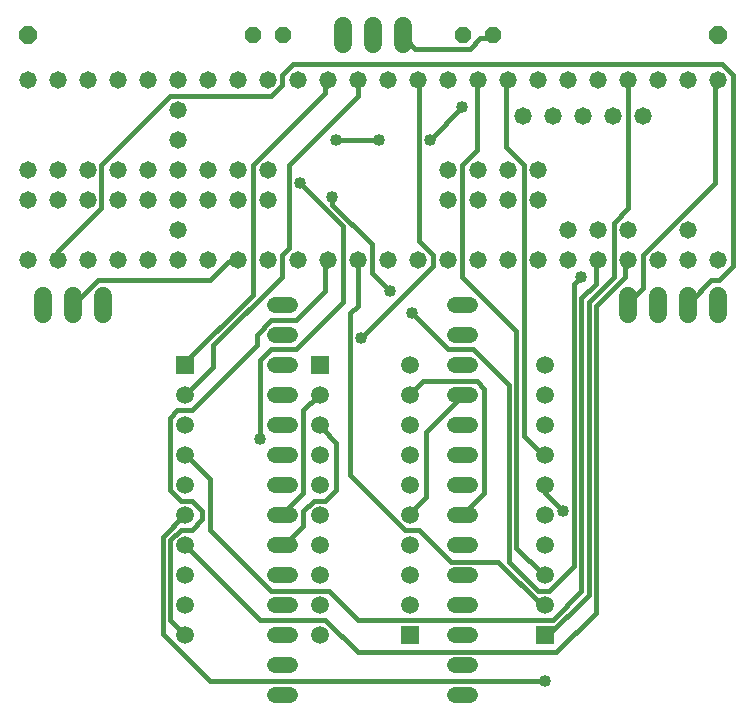
<source format=gbl>
G75*
%MOIN*%
%OFA0B0*%
%FSLAX25Y25*%
%IPPOS*%
%LPD*%
%AMOC8*
5,1,8,0,0,1.08239X$1,22.5*
%
%ADD10OC8,0.06000*%
%ADD11OC8,0.05200*%
%ADD12C,0.06000*%
%ADD13C,0.05200*%
%ADD14C,0.05800*%
%ADD15R,0.05937X0.05937*%
%ADD16C,0.05937*%
%ADD17C,0.01600*%
%ADD18C,0.04000*%
D10*
X0011000Y0231000D03*
X0241000Y0231000D03*
D11*
X0166000Y0231000D03*
X0156000Y0231000D03*
X0096000Y0231000D03*
X0086000Y0231000D03*
D12*
X0116000Y0228000D02*
X0116000Y0234000D01*
X0126000Y0234000D02*
X0126000Y0228000D01*
X0136000Y0228000D02*
X0136000Y0234000D01*
X0211000Y0144000D02*
X0211000Y0138000D01*
X0221000Y0138000D02*
X0221000Y0144000D01*
X0231000Y0144000D02*
X0231000Y0138000D01*
X0241000Y0138000D02*
X0241000Y0144000D01*
X0036000Y0144000D02*
X0036000Y0138000D01*
X0026000Y0138000D02*
X0026000Y0144000D01*
X0016000Y0144000D02*
X0016000Y0138000D01*
D13*
X0093400Y0141000D02*
X0098600Y0141000D01*
X0098600Y0131000D02*
X0093400Y0131000D01*
X0093400Y0121000D02*
X0098600Y0121000D01*
X0098600Y0111000D02*
X0093400Y0111000D01*
X0093400Y0101000D02*
X0098600Y0101000D01*
X0098600Y0091000D02*
X0093400Y0091000D01*
X0093400Y0081000D02*
X0098600Y0081000D01*
X0098600Y0071000D02*
X0093400Y0071000D01*
X0093400Y0061000D02*
X0098600Y0061000D01*
X0098600Y0051000D02*
X0093400Y0051000D01*
X0093400Y0041000D02*
X0098600Y0041000D01*
X0098600Y0031000D02*
X0093400Y0031000D01*
X0093400Y0021000D02*
X0098600Y0021000D01*
X0098600Y0011000D02*
X0093400Y0011000D01*
X0153400Y0011000D02*
X0158600Y0011000D01*
X0158600Y0021000D02*
X0153400Y0021000D01*
X0153400Y0031000D02*
X0158600Y0031000D01*
X0158600Y0041000D02*
X0153400Y0041000D01*
X0153400Y0051000D02*
X0158600Y0051000D01*
X0158600Y0061000D02*
X0153400Y0061000D01*
X0153400Y0071000D02*
X0158600Y0071000D01*
X0158600Y0081000D02*
X0153400Y0081000D01*
X0153400Y0091000D02*
X0158600Y0091000D01*
X0158600Y0101000D02*
X0153400Y0101000D01*
X0153400Y0111000D02*
X0158600Y0111000D01*
X0158600Y0121000D02*
X0153400Y0121000D01*
X0153400Y0131000D02*
X0158600Y0131000D01*
X0158600Y0141000D02*
X0153400Y0141000D01*
D14*
X0151000Y0156000D03*
X0141000Y0156000D03*
X0131000Y0156000D03*
X0121000Y0156000D03*
X0111000Y0156000D03*
X0101000Y0156000D03*
X0091000Y0156000D03*
X0081000Y0156000D03*
X0071000Y0156000D03*
X0061000Y0156000D03*
X0061000Y0166000D03*
X0061000Y0176000D03*
X0061000Y0186000D03*
X0061000Y0196000D03*
X0061000Y0206000D03*
X0061000Y0216000D03*
X0051000Y0216000D03*
X0041000Y0216000D03*
X0031000Y0216000D03*
X0021000Y0216000D03*
X0011000Y0216000D03*
X0011000Y0186000D03*
X0011000Y0176000D03*
X0021000Y0176000D03*
X0021000Y0186000D03*
X0031000Y0186000D03*
X0031000Y0176000D03*
X0041000Y0176000D03*
X0041000Y0186000D03*
X0051000Y0186000D03*
X0051000Y0176000D03*
X0051000Y0156000D03*
X0041000Y0156000D03*
X0031000Y0156000D03*
X0021000Y0156000D03*
X0011000Y0156000D03*
X0071000Y0176000D03*
X0071000Y0186000D03*
X0081000Y0186000D03*
X0081000Y0176000D03*
X0091000Y0176000D03*
X0091000Y0186000D03*
X0091000Y0216000D03*
X0081000Y0216000D03*
X0071000Y0216000D03*
X0101000Y0216000D03*
X0111000Y0216000D03*
X0121000Y0216000D03*
X0131000Y0216000D03*
X0141000Y0216000D03*
X0151000Y0216000D03*
X0161000Y0216000D03*
X0171000Y0216000D03*
X0181000Y0216000D03*
X0191000Y0216000D03*
X0201000Y0216000D03*
X0211000Y0216000D03*
X0221000Y0216000D03*
X0231000Y0216000D03*
X0241000Y0216000D03*
X0216000Y0203900D03*
X0206000Y0203900D03*
X0196000Y0203900D03*
X0186000Y0203900D03*
X0176000Y0203900D03*
X0171000Y0186000D03*
X0171000Y0176000D03*
X0181000Y0176000D03*
X0181000Y0186000D03*
X0161000Y0186000D03*
X0161000Y0176000D03*
X0151000Y0176000D03*
X0151000Y0186000D03*
X0161000Y0156000D03*
X0171000Y0156000D03*
X0181000Y0156000D03*
X0191000Y0156000D03*
X0191000Y0166000D03*
X0201000Y0166000D03*
X0201000Y0156000D03*
X0211000Y0156000D03*
X0211000Y0166000D03*
X0221000Y0156000D03*
X0231000Y0156000D03*
X0231000Y0166000D03*
X0241000Y0156000D03*
D15*
X0183500Y0031000D03*
X0138500Y0031000D03*
X0108500Y0121000D03*
X0063500Y0121000D03*
D16*
X0063500Y0111000D03*
X0063500Y0101000D03*
X0063500Y0091000D03*
X0063500Y0081000D03*
X0063500Y0071000D03*
X0063500Y0061000D03*
X0063500Y0051000D03*
X0063500Y0041000D03*
X0063500Y0031000D03*
X0108500Y0031000D03*
X0108500Y0041000D03*
X0108500Y0051000D03*
X0108500Y0061000D03*
X0108500Y0071000D03*
X0108500Y0081000D03*
X0108500Y0091000D03*
X0108500Y0101000D03*
X0108500Y0111000D03*
X0138500Y0111000D03*
X0138500Y0121000D03*
X0138500Y0101000D03*
X0138500Y0091000D03*
X0138500Y0081000D03*
X0138500Y0071000D03*
X0138500Y0061000D03*
X0138500Y0051000D03*
X0138500Y0041000D03*
X0183500Y0041000D03*
X0183500Y0051000D03*
X0183500Y0061000D03*
X0183500Y0071000D03*
X0183500Y0081000D03*
X0183500Y0091000D03*
X0183500Y0101000D03*
X0183500Y0111000D03*
X0183500Y0121000D03*
D17*
X0071629Y0015628D02*
X0055983Y0031274D01*
X0055983Y0063770D01*
X0063204Y0070991D01*
X0063500Y0071000D01*
X0062000Y0075806D02*
X0065611Y0075806D01*
X0069222Y0072195D01*
X0069222Y0069788D01*
X0065611Y0066177D01*
X0062000Y0066177D01*
X0058390Y0062567D01*
X0058390Y0036089D01*
X0063204Y0031274D01*
X0063500Y0031000D01*
X0071629Y0015628D02*
X0183558Y0015628D01*
X0187169Y0025257D02*
X0120974Y0025257D01*
X0110142Y0036089D01*
X0088478Y0036089D01*
X0064407Y0060159D01*
X0063500Y0061000D01*
X0071629Y0066177D02*
X0071629Y0083027D01*
X0064407Y0090248D01*
X0063500Y0091000D01*
X0058390Y0079416D02*
X0062000Y0075806D01*
X0058390Y0079416D02*
X0058390Y0103487D01*
X0060797Y0105894D01*
X0065611Y0105894D01*
X0087275Y0127558D01*
X0087275Y0131169D01*
X0092089Y0135983D01*
X0100514Y0135983D01*
X0110142Y0145611D01*
X0110142Y0155239D01*
X0111000Y0156000D01*
X0121000Y0156000D02*
X0120974Y0155239D01*
X0120974Y0140797D01*
X0118567Y0138390D01*
X0118567Y0084230D01*
X0136620Y0066177D01*
X0141434Y0066177D01*
X0152266Y0055345D01*
X0167912Y0055345D01*
X0182355Y0040903D01*
X0183500Y0041000D01*
X0184762Y0045717D02*
X0181151Y0045717D01*
X0171523Y0055345D01*
X0171523Y0114319D01*
X0159487Y0126354D01*
X0151063Y0126354D01*
X0139027Y0138390D01*
X0131806Y0145611D02*
X0125788Y0151629D01*
X0125788Y0161257D01*
X0112549Y0174496D01*
X0112549Y0176903D01*
X0116160Y0167275D02*
X0101717Y0181717D01*
X0098107Y0187735D02*
X0098107Y0160054D01*
X0095700Y0157646D01*
X0095700Y0150425D01*
X0072832Y0127558D01*
X0072832Y0120337D01*
X0064407Y0111912D01*
X0063500Y0111000D01*
X0063500Y0121000D02*
X0063204Y0121540D01*
X0086071Y0144407D01*
X0086071Y0187735D01*
X0110142Y0211806D01*
X0110142Y0215417D01*
X0111000Y0216000D01*
X0120974Y0215417D02*
X0120974Y0210602D01*
X0098107Y0187735D01*
X0113753Y0196160D02*
X0128195Y0196160D01*
X0145045Y0196160D02*
X0155877Y0206992D01*
X0160691Y0215417D02*
X0161000Y0216000D01*
X0160691Y0215417D02*
X0160691Y0192549D01*
X0155877Y0187735D01*
X0155877Y0150425D01*
X0173930Y0132372D01*
X0173930Y0060159D01*
X0182355Y0051735D01*
X0183500Y0051000D01*
X0184762Y0045717D02*
X0193187Y0054142D01*
X0193187Y0148018D01*
X0195594Y0150425D01*
X0200408Y0148018D02*
X0195594Y0143204D01*
X0195594Y0045717D01*
X0185965Y0036089D01*
X0120974Y0036089D01*
X0111346Y0045717D01*
X0092089Y0045717D01*
X0071629Y0066177D01*
X0096000Y0071000D02*
X0096903Y0072195D01*
X0102921Y0078213D01*
X0102921Y0105894D01*
X0107735Y0110708D01*
X0108500Y0111000D01*
X0108500Y0101000D02*
X0108939Y0099876D01*
X0113753Y0095062D01*
X0113753Y0079416D01*
X0110142Y0075806D01*
X0106531Y0075806D01*
X0102921Y0072195D01*
X0102921Y0067381D01*
X0096903Y0061363D01*
X0096000Y0061000D01*
X0088478Y0096266D02*
X0088478Y0122744D01*
X0092089Y0126354D01*
X0100514Y0126354D01*
X0116160Y0142000D01*
X0116160Y0167275D01*
X0141434Y0162461D02*
X0146248Y0157646D01*
X0146248Y0154036D01*
X0122178Y0129965D01*
X0139027Y0111912D02*
X0138500Y0111000D01*
X0139027Y0111912D02*
X0142638Y0115522D01*
X0160691Y0115522D01*
X0163098Y0113115D01*
X0163098Y0078213D01*
X0157080Y0072195D01*
X0156000Y0071000D01*
X0143841Y0077009D02*
X0139027Y0072195D01*
X0138500Y0071000D01*
X0143841Y0077009D02*
X0143841Y0098673D01*
X0155877Y0110708D01*
X0156000Y0111000D01*
X0176337Y0097469D02*
X0182355Y0091452D01*
X0183500Y0091000D01*
X0176337Y0097469D02*
X0176337Y0187735D01*
X0170319Y0193753D01*
X0170319Y0215417D01*
X0171000Y0216000D01*
X0165505Y0229859D02*
X0161894Y0229859D01*
X0158284Y0226248D01*
X0140231Y0226248D01*
X0136620Y0229859D01*
X0136000Y0231000D01*
X0141000Y0216000D02*
X0141434Y0215417D01*
X0141434Y0162461D01*
X0120974Y0215417D02*
X0121000Y0216000D01*
X0099310Y0221434D02*
X0242532Y0221434D01*
X0246143Y0217824D01*
X0246143Y0154036D01*
X0241328Y0149222D01*
X0238921Y0149222D01*
X0231700Y0142000D01*
X0231000Y0141000D01*
X0216054Y0146815D02*
X0216054Y0157646D01*
X0240125Y0181717D01*
X0240125Y0215417D01*
X0241000Y0216000D01*
X0211240Y0215417D02*
X0211000Y0216000D01*
X0211240Y0215417D02*
X0211240Y0173293D01*
X0206426Y0168478D01*
X0206426Y0150425D01*
X0198001Y0142000D01*
X0198001Y0044513D01*
X0183558Y0030071D01*
X0183500Y0031000D01*
X0187169Y0025257D02*
X0200408Y0038496D01*
X0200408Y0140797D01*
X0210036Y0150425D01*
X0210036Y0155239D01*
X0211000Y0156000D01*
X0216054Y0146815D02*
X0211240Y0142000D01*
X0211000Y0141000D01*
X0200408Y0148018D02*
X0200408Y0155239D01*
X0201000Y0156000D01*
X0183500Y0081000D02*
X0183558Y0080620D01*
X0183558Y0078213D01*
X0189576Y0072195D01*
X0081000Y0156000D02*
X0080054Y0155239D01*
X0077646Y0155239D01*
X0071629Y0149222D01*
X0034319Y0149222D01*
X0027098Y0142000D01*
X0026000Y0141000D01*
X0021000Y0156000D02*
X0021080Y0156443D01*
X0021080Y0158850D01*
X0035522Y0173293D01*
X0035522Y0187735D01*
X0058390Y0210602D01*
X0092089Y0210602D01*
X0095700Y0214213D01*
X0095700Y0217824D01*
X0099310Y0221434D01*
X0165505Y0229859D02*
X0166000Y0231000D01*
D18*
X0155877Y0206992D03*
X0145045Y0196160D03*
X0128195Y0196160D03*
X0113753Y0196160D03*
X0101717Y0181717D03*
X0112549Y0176903D03*
X0131806Y0145611D03*
X0139027Y0138390D03*
X0122178Y0129965D03*
X0088478Y0096266D03*
X0183558Y0015628D03*
X0189576Y0072195D03*
X0195594Y0150425D03*
M02*

</source>
